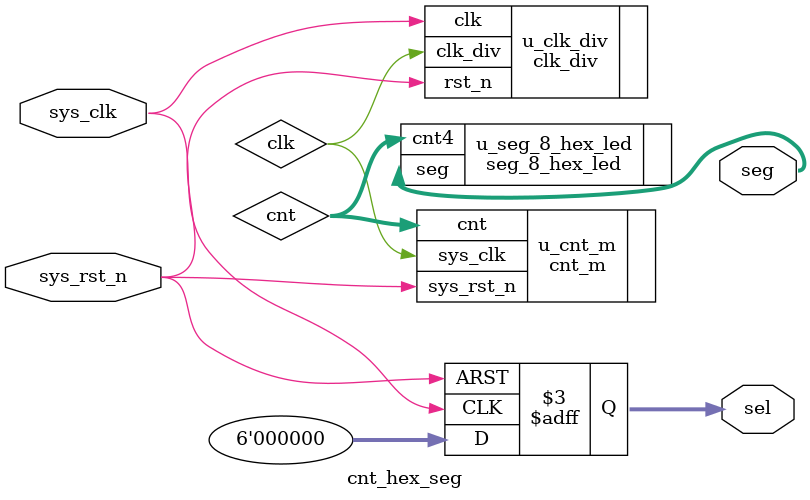
<source format=v>
module cnt_hex_seg (
    input wire sys_clk,
    input wire sys_rst_n,
	 
	output reg  [5:0] sel,
    output wire [7:0] seg
);
    //
    wire clk;
    wire [3:0] cnt;
    //
    always @(posedge sys_clk, negedge sys_rst_n) begin
        if(!sys_rst_n)
            sel <= 6'b111111;
        else
            sel <= 6'b000000;
    end
    clk_div #(
        .feq_ori    ( 50_000_000),
        .feq_out    ( 1         )
    ) u_clk_div(
        .clk        ( sys_clk   ),
        .rst_n      ( sys_rst_n ),
        .clk_div    ( clk       )
    );
    cnt_m u_cnt_m(
        .sys_clk   ( clk        ),
        .sys_rst_n ( sys_rst_n  ),
        .cnt       ( cnt        )
    );
    seg_8_hex_led u_seg_8_hex_led(
        .cnt4      ( cnt        ),
        .seg       ( seg        )
    );

endmodule
</source>
